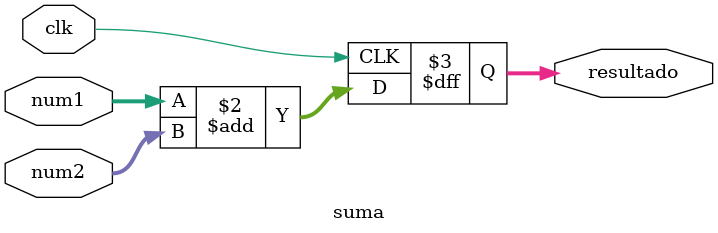
<source format=sv>
module suma (
    input logic clk,    // senal de reloj
    input logic [11:0] num1,
    input logic [11:0] num2,
    output logic [12:0] resultado
);
    // asegura que suma solo se realice al inicio de cada ciclo de reloj
    always_ff @( posedge clk ) begin 
        resultado <= num1 + num2;
        
    end
    
endmodule
</source>
